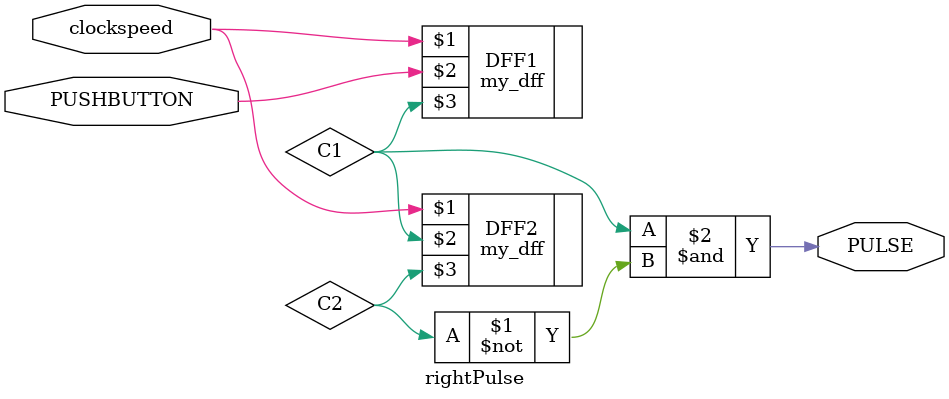
<source format=v>
`timescale 1ns / 1ps


module rightPulse(
input clockspeed, PUSHBUTTON,output PULSE
    );
    
    wire C1;
    wire C2;
    
    my_dff DFF1 (clockspeed, PUSHBUTTON, C1);
    my_dff DFF2 (clockspeed, C1, C2);
    
    assign PULSE = (C1&~C2);
endmodule


</source>
